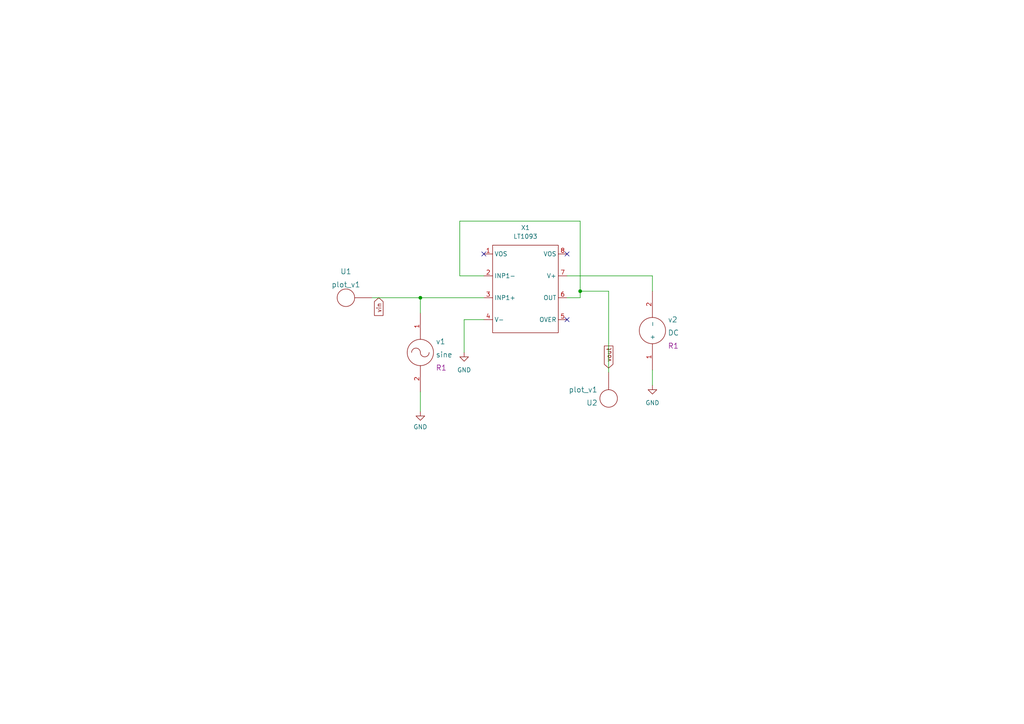
<source format=kicad_sch>
(kicad_sch (version 20211123) (generator eeschema)

  (uuid 82b167e7-076f-4121-af55-138f99ed136c)

  (paper "A4")

  (lib_symbols
    (symbol "eSim_Plot:plot_v1" (pin_names (offset 1.016)) (in_bom yes) (on_board yes)
      (property "Reference" "U" (id 0) (at 0 12.7 0)
        (effects (font (size 1.524 1.524)))
      )
      (property "Value" "plot_v1" (id 1) (at 5.08 8.89 0)
        (effects (font (size 1.524 1.524)))
      )
      (property "Footprint" "" (id 2) (at 0 0 0)
        (effects (font (size 1.524 1.524)))
      )
      (property "Datasheet" "" (id 3) (at 0 0 0)
        (effects (font (size 1.524 1.524)))
      )
      (symbol "plot_v1_0_1"
        (circle (center 0 12.7) (radius 2.54)
          (stroke (width 0) (type default) (color 0 0 0 0))
          (fill (type none))
        )
      )
      (symbol "plot_v1_1_1"
        (pin input line (at 0 5.08 90) (length 5.08)
          (name "~" (effects (font (size 1.27 1.27))))
          (number "~" (effects (font (size 1.27 1.27))))
        )
      )
    )
    (symbol "eSim_Power:eSim_GND" (power) (pin_names (offset 0)) (in_bom yes) (on_board yes)
      (property "Reference" "#PWR" (id 0) (at 0 -6.35 0)
        (effects (font (size 1.27 1.27)) hide)
      )
      (property "Value" "eSim_GND" (id 1) (at 0 -3.81 0)
        (effects (font (size 1.27 1.27)))
      )
      (property "Footprint" "" (id 2) (at 0 0 0)
        (effects (font (size 1.27 1.27)) hide)
      )
      (property "Datasheet" "" (id 3) (at 0 0 0)
        (effects (font (size 1.27 1.27)) hide)
      )
      (symbol "eSim_GND_0_1"
        (polyline
          (pts
            (xy 0 0)
            (xy 0 -1.27)
            (xy 1.27 -1.27)
            (xy 0 -2.54)
            (xy -1.27 -1.27)
            (xy 0 -1.27)
          )
          (stroke (width 0) (type default) (color 0 0 0 0))
          (fill (type none))
        )
      )
      (symbol "eSim_GND_1_1"
        (pin power_in line (at 0 0 270) (length 0) hide
          (name "GND" (effects (font (size 1.27 1.27))))
          (number "1" (effects (font (size 1.27 1.27))))
        )
      )
    )
    (symbol "eSim_Sources:DC" (pin_names (offset 1.016)) (in_bom yes) (on_board yes)
      (property "Reference" "v" (id 0) (at -5.08 2.54 0)
        (effects (font (size 1.524 1.524)))
      )
      (property "Value" "DC" (id 1) (at -5.08 -1.27 0)
        (effects (font (size 1.524 1.524)))
      )
      (property "Footprint" "R1" (id 2) (at -7.62 0 0)
        (effects (font (size 1.524 1.524)))
      )
      (property "Datasheet" "" (id 3) (at 0 0 0)
        (effects (font (size 1.524 1.524)))
      )
      (property "ki_fp_filters" "1_pin" (id 4) (at 0 0 0)
        (effects (font (size 1.27 1.27)) hide)
      )
      (symbol "DC_0_1"
        (circle (center 0 0) (radius 3.81)
          (stroke (width 0) (type default) (color 0 0 0 0))
          (fill (type none))
        )
      )
      (symbol "DC_1_1"
        (pin power_out line (at 0 11.43 270) (length 7.62)
          (name "+" (effects (font (size 1.27 1.27))))
          (number "1" (effects (font (size 1.27 1.27))))
        )
        (pin power_out line (at 0 -11.43 90) (length 7.62)
          (name "-" (effects (font (size 1.27 1.27))))
          (number "2" (effects (font (size 1.27 1.27))))
        )
      )
    )
    (symbol "eSim_Sources:sine" (pin_names (offset 1.016)) (in_bom yes) (on_board yes)
      (property "Reference" "v" (id 0) (at -5.08 2.54 0)
        (effects (font (size 1.524 1.524)))
      )
      (property "Value" "sine" (id 1) (at -5.08 -1.27 0)
        (effects (font (size 1.524 1.524)))
      )
      (property "Footprint" "R1" (id 2) (at -7.62 0 0)
        (effects (font (size 1.524 1.524)))
      )
      (property "Datasheet" "" (id 3) (at 0 0 0)
        (effects (font (size 1.524 1.524)))
      )
      (property "ki_fp_filters" "1_pin" (id 4) (at 0 0 0)
        (effects (font (size 1.27 1.27)) hide)
      )
      (symbol "sine_0_1"
        (arc (start 0 0) (mid -1.27 1.27) (end -2.54 0)
          (stroke (width 0) (type default) (color 0 0 0 0))
          (fill (type none))
        )
        (arc (start 0 0) (mid 1.27 -1.27) (end 2.54 0)
          (stroke (width 0) (type default) (color 0 0 0 0))
          (fill (type none))
        )
        (circle (center 0 0) (radius 3.81)
          (stroke (width 0) (type default) (color 0 0 0 0))
          (fill (type none))
        )
      )
      (symbol "sine_1_1"
        (pin input line (at 0 11.43 270) (length 7.62)
          (name "+" (effects (font (size 0 0))))
          (number "1" (effects (font (size 1.27 1.27))))
        )
        (pin input line (at 0 -11.43 90) (length 7.62)
          (name "-" (effects (font (size 0 0))))
          (number "2" (effects (font (size 1.27 1.27))))
        )
      )
    )
    (symbol "eSim_Subckt:LT1093" (in_bom yes) (on_board yes)
      (property "Reference" "X" (id 0) (at 0 -3.175 0)
        (effects (font (size 1.27 1.27)))
      )
      (property "Value" "LT1093" (id 1) (at 0 0 0)
        (effects (font (size 1.27 1.27)))
      )
      (property "Footprint" "" (id 2) (at 0 0 0)
        (effects (font (size 1.27 1.27)) hide)
      )
      (property "Datasheet" "" (id 3) (at 0 0 0)
        (effects (font (size 1.27 1.27)) hide)
      )
      (symbol "LT1093_0_1"
        (rectangle (start -9.525 5.715) (end 9.525 -19.685)
          (stroke (width 0) (type default) (color 0 0 0 0))
          (fill (type none))
        )
      )
      (symbol "LT1093_1_1"
        (pin passive line (at -12.065 3.175 0) (length 2.54)
          (name "VOS" (effects (font (size 1.27 1.27))))
          (number "1" (effects (font (size 1.27 1.27))))
        )
        (pin passive line (at -12.065 -3.175 0) (length 2.54)
          (name "INP1-" (effects (font (size 1.27 1.27))))
          (number "2" (effects (font (size 1.27 1.27))))
        )
        (pin passive line (at -12.065 -9.525 0) (length 2.54)
          (name "INP1+" (effects (font (size 1.27 1.27))))
          (number "3" (effects (font (size 1.27 1.27))))
        )
        (pin power_in line (at -12.065 -15.875 0) (length 2.54)
          (name "V-" (effects (font (size 1.27 1.27))))
          (number "4" (effects (font (size 1.27 1.27))))
        )
        (pin passive line (at 12.065 -15.875 180) (length 2.54)
          (name "OVER" (effects (font (size 1.27 1.27))))
          (number "5" (effects (font (size 1.27 1.27))))
        )
        (pin passive line (at 12.065 -9.525 180) (length 2.54)
          (name "OUT" (effects (font (size 1.27 1.27))))
          (number "6" (effects (font (size 1.27 1.27))))
        )
        (pin power_in line (at 12.065 -3.175 180) (length 2.54)
          (name "V+" (effects (font (size 1.27 1.27))))
          (number "7" (effects (font (size 1.27 1.27))))
        )
        (pin passive line (at 12.065 3.175 180) (length 2.54)
          (name "VOS" (effects (font (size 1.27 1.27))))
          (number "8" (effects (font (size 1.27 1.27))))
        )
      )
    )
  )

  (junction (at 168.275 84.455) (diameter 0) (color 0 0 0 0)
    (uuid 597f9273-15f7-4fa7-bae3-face1732f490)
  )
  (junction (at 121.92 86.36) (diameter 0) (color 0 0 0 0)
    (uuid 86cc1786-e1ca-46e0-abfb-c856ebd0c56e)
  )

  (no_connect (at 164.465 73.66) (uuid 60bb3792-9b05-4cb8-a353-75e594498e2c))
  (no_connect (at 140.335 73.66) (uuid 9e7bce66-b4b3-4553-bfd8-3ce97dc109d8))
  (no_connect (at 164.465 92.71) (uuid dab8322b-2bec-4dc1-93ab-4f9abebade12))

  (wire (pts (xy 168.275 86.36) (xy 164.465 86.36))
    (stroke (width 0) (type default) (color 0 0 0 0))
    (uuid 01f00dc1-112d-42d9-b213-e7072ddfd85b)
  )
  (wire (pts (xy 189.23 107.315) (xy 189.23 111.76))
    (stroke (width 0) (type default) (color 0 0 0 0))
    (uuid 11b31ebf-eb6f-4ced-9f2d-dcbb03150ff9)
  )
  (wire (pts (xy 121.92 86.36) (xy 140.335 86.36))
    (stroke (width 0) (type default) (color 0 0 0 0))
    (uuid 19c722d0-7a2d-4f0f-a1ac-f9b8afe66a03)
  )
  (wire (pts (xy 189.23 84.455) (xy 189.23 80.01))
    (stroke (width 0) (type default) (color 0 0 0 0))
    (uuid 2bce97a0-f7e5-4fee-bc80-437251ad1930)
  )
  (wire (pts (xy 133.35 80.01) (xy 133.35 64.135))
    (stroke (width 0) (type default) (color 0 0 0 0))
    (uuid 3cc806a9-5139-4de7-813c-19d7c3d78930)
  )
  (wire (pts (xy 134.62 92.71) (xy 140.335 92.71))
    (stroke (width 0) (type default) (color 0 0 0 0))
    (uuid 46df408d-cc3f-48de-a058-7c23bd258631)
  )
  (wire (pts (xy 168.275 84.455) (xy 168.275 86.36))
    (stroke (width 0) (type default) (color 0 0 0 0))
    (uuid 49f13a38-bcb1-4699-bb93-30a990522132)
  )
  (wire (pts (xy 168.275 64.135) (xy 168.275 84.455))
    (stroke (width 0) (type default) (color 0 0 0 0))
    (uuid 7ef3f073-126d-4d14-8aa9-4fdce5bdfde0)
  )
  (wire (pts (xy 121.92 113.665) (xy 121.92 119.38))
    (stroke (width 0) (type default) (color 0 0 0 0))
    (uuid 8139d341-b653-4c18-a3a7-656b5b6bd40f)
  )
  (wire (pts (xy 133.35 64.135) (xy 168.275 64.135))
    (stroke (width 0) (type default) (color 0 0 0 0))
    (uuid b7aac6e9-2bbd-4a7d-957a-d2a533c56286)
  )
  (wire (pts (xy 107.95 86.36) (xy 121.92 86.36))
    (stroke (width 0) (type default) (color 0 0 0 0))
    (uuid b8794811-4741-49bf-8449-bce85ecea435)
  )
  (wire (pts (xy 164.465 80.01) (xy 189.23 80.01))
    (stroke (width 0) (type default) (color 0 0 0 0))
    (uuid c0a6c460-3377-4ede-8b83-1a07923b5dce)
  )
  (wire (pts (xy 121.92 86.36) (xy 121.92 90.805))
    (stroke (width 0) (type default) (color 0 0 0 0))
    (uuid ce6cc71b-4815-419d-a65b-63d22306db57)
  )
  (wire (pts (xy 134.62 102.235) (xy 134.62 92.71))
    (stroke (width 0) (type default) (color 0 0 0 0))
    (uuid e3a2430b-3ee3-4a2a-bfaf-e010ff431f45)
  )
  (wire (pts (xy 176.53 84.455) (xy 176.53 107.95))
    (stroke (width 0) (type default) (color 0 0 0 0))
    (uuid f7fb3118-010a-4251-a1ac-a19f2edc9014)
  )
  (wire (pts (xy 176.53 84.455) (xy 168.275 84.455))
    (stroke (width 0) (type default) (color 0 0 0 0))
    (uuid fa9c370e-def9-4661-a77f-7ffe79c7c6ea)
  )
  (wire (pts (xy 140.335 80.01) (xy 133.35 80.01))
    (stroke (width 0) (type default) (color 0 0 0 0))
    (uuid fdf17aea-8e84-402b-ab2c-2fd72c28144d)
  )

  (global_label "vout" (shape output) (at 176.53 100.33 270) (fields_autoplaced)
    (effects (font (size 1.27 1.27)) (justify right))
    (uuid 0536be53-14ce-4b35-a4e3-d1b50c560d57)
    (property "Intersheet References" "${INTERSHEET_REFS}" (id 0) (at 176.4506 106.7345 90)
      (effects (font (size 1.27 1.27)) (justify right) hide)
    )
  )
  (global_label "vin" (shape input) (at 109.855 86.36 270) (fields_autoplaced)
    (effects (font (size 1.27 1.27)) (justify right))
    (uuid 5e2fbc7d-6742-4ddb-926e-122ebef48580)
    (property "Intersheet References" "${INTERSHEET_REFS}" (id 0) (at 109.9344 91.4945 90)
      (effects (font (size 1.27 1.27)) (justify right) hide)
    )
  )

  (symbol (lib_id "eSim_Plot:plot_v1") (at 176.53 102.87 180) (unit 1)
    (in_bom yes) (on_board yes) (fields_autoplaced)
    (uuid 1961f1df-f213-46dc-8431-58240d783bb6)
    (property "Reference" "U2" (id 0) (at 173.355 116.84 0)
      (effects (font (size 1.524 1.524)) (justify left))
    )
    (property "Value" "plot_v1" (id 1) (at 173.355 113.03 0)
      (effects (font (size 1.524 1.524)) (justify left))
    )
    (property "Footprint" "" (id 2) (at 176.53 102.87 0)
      (effects (font (size 1.524 1.524)))
    )
    (property "Datasheet" "" (id 3) (at 176.53 102.87 0)
      (effects (font (size 1.524 1.524)))
    )
    (pin "~" (uuid a9f15a22-1241-491c-84fe-890bc6433ac4))
  )

  (symbol (lib_id "eSim_Sources:sine") (at 121.92 102.235 0) (unit 1)
    (in_bom yes) (on_board yes) (fields_autoplaced)
    (uuid 340072ec-d194-4ade-bc9e-2757b083cb9e)
    (property "Reference" "v1" (id 0) (at 126.365 99.06 0)
      (effects (font (size 1.524 1.524)) (justify left))
    )
    (property "Value" "sine" (id 1) (at 126.365 102.87 0)
      (effects (font (size 1.524 1.524)) (justify left))
    )
    (property "Footprint" "R1" (id 2) (at 126.365 106.68 0)
      (effects (font (size 1.524 1.524)) (justify left))
    )
    (property "Datasheet" "" (id 3) (at 121.92 102.235 0)
      (effects (font (size 1.524 1.524)))
    )
    (property "Spice_Primitive" "V" (id 4) (at 121.92 102.235 0)
      (effects (font (size 1.27 1.27)) hide)
    )
    (property "Spice_Model" "sin(2.5 1.0 1k)" (id 5) (at 121.92 102.235 0)
      (effects (font (size 1.27 1.27)) hide)
    )
    (property "Spice_Netlist_Enabled" "Y" (id 6) (at 121.92 102.235 0)
      (effects (font (size 1.27 1.27)) hide)
    )
    (pin "1" (uuid 37b12114-72f7-4786-b4b9-48f6a2344ab1))
    (pin "2" (uuid 52150a81-0c54-4dbe-8c60-3c350ec41aa9))
  )

  (symbol (lib_id "eSim_Plot:plot_v1") (at 113.03 86.36 90) (unit 1)
    (in_bom yes) (on_board yes) (fields_autoplaced)
    (uuid 44609137-94e9-4e1e-814d-029c572f5784)
    (property "Reference" "U1" (id 0) (at 100.33 78.74 90)
      (effects (font (size 1.524 1.524)))
    )
    (property "Value" "plot_v1" (id 1) (at 100.33 82.55 90)
      (effects (font (size 1.524 1.524)))
    )
    (property "Footprint" "" (id 2) (at 113.03 86.36 0)
      (effects (font (size 1.524 1.524)))
    )
    (property "Datasheet" "" (id 3) (at 113.03 86.36 0)
      (effects (font (size 1.524 1.524)))
    )
    (pin "~" (uuid fc863c10-0e69-4ad8-b5ba-cbbbe294cd03))
  )

  (symbol (lib_id "eSim_Power:eSim_GND") (at 134.62 102.235 0) (unit 1)
    (in_bom yes) (on_board yes) (fields_autoplaced)
    (uuid 76e85523-8164-4f68-8f93-28470ac66405)
    (property "Reference" "#PWR03" (id 0) (at 134.62 108.585 0)
      (effects (font (size 1.27 1.27)) hide)
    )
    (property "Value" "eSim_GND" (id 1) (at 134.62 107.315 0))
    (property "Footprint" "" (id 2) (at 134.62 102.235 0)
      (effects (font (size 1.27 1.27)) hide)
    )
    (property "Datasheet" "" (id 3) (at 134.62 102.235 0)
      (effects (font (size 1.27 1.27)) hide)
    )
    (pin "1" (uuid dfd94d7a-2460-4c4d-a6ff-78aed6a31df9))
  )

  (symbol (lib_id "eSim_Sources:DC") (at 189.23 95.885 180) (unit 1)
    (in_bom yes) (on_board yes) (fields_autoplaced)
    (uuid 873bd6b8-5c84-46d3-b7a4-dc3ee242bfc2)
    (property "Reference" "v2" (id 0) (at 193.675 92.71 0)
      (effects (font (size 1.524 1.524)) (justify right))
    )
    (property "Value" "DC" (id 1) (at 193.675 96.52 0)
      (effects (font (size 1.524 1.524)) (justify right))
    )
    (property "Footprint" "R1" (id 2) (at 193.675 100.33 0)
      (effects (font (size 1.524 1.524)) (justify right))
    )
    (property "Datasheet" "" (id 3) (at 189.23 95.885 0)
      (effects (font (size 1.524 1.524)))
    )
    (pin "1" (uuid d650fee6-58cd-452b-b361-cdd36623f78d))
    (pin "2" (uuid b49ff4d1-944e-4c68-8ba7-6fb6eb8324a4))
  )

  (symbol (lib_id "eSim_Subckt:LT1093") (at 152.4 76.835 0) (unit 1)
    (in_bom yes) (on_board yes) (fields_autoplaced)
    (uuid ce4a0c3f-eaf6-47d1-9426-5acc1f39214e)
    (property "Reference" "X1" (id 0) (at 152.4 66.04 0))
    (property "Value" "LT1093" (id 1) (at 152.4 68.58 0))
    (property "Footprint" "" (id 2) (at 152.4 76.835 0)
      (effects (font (size 1.27 1.27)) hide)
    )
    (property "Datasheet" "" (id 3) (at 152.4 76.835 0)
      (effects (font (size 1.27 1.27)) hide)
    )
    (pin "1" (uuid bb502dd1-c53a-48c1-beeb-cba64e787677))
    (pin "2" (uuid f5efc20c-b37e-4107-8764-21271d0f9009))
    (pin "3" (uuid be10be2e-9206-4b3c-ab44-3225b4f6b106))
    (pin "4" (uuid ab3cd879-862c-4038-bf65-1c98f91948ae))
    (pin "5" (uuid d8362df0-55b0-4141-a426-b3a804ffec34))
    (pin "6" (uuid a6c4058d-2e4b-4a1d-8c42-c979593af33f))
    (pin "7" (uuid 0f8d0691-fc19-4307-961a-48dda3b74860))
    (pin "8" (uuid bd48c9cf-8d61-4a50-b13c-9e003e91f8a0))
  )

  (symbol (lib_id "eSim_Power:eSim_GND") (at 121.92 119.38 0) (unit 1)
    (in_bom yes) (on_board yes) (fields_autoplaced)
    (uuid e3694169-3481-4162-8f4a-facf34f58801)
    (property "Reference" "#PWR01" (id 0) (at 121.92 125.73 0)
      (effects (font (size 1.27 1.27)) hide)
    )
    (property "Value" "eSim_GND" (id 1) (at 121.92 123.825 0))
    (property "Footprint" "" (id 2) (at 121.92 119.38 0)
      (effects (font (size 1.27 1.27)) hide)
    )
    (property "Datasheet" "" (id 3) (at 121.92 119.38 0)
      (effects (font (size 1.27 1.27)) hide)
    )
    (pin "1" (uuid b288477a-c9be-4251-9a8b-853254547d39))
  )

  (symbol (lib_id "eSim_Power:eSim_GND") (at 189.23 111.76 0) (unit 1)
    (in_bom yes) (on_board yes) (fields_autoplaced)
    (uuid ec9aea1d-d8c1-4053-b573-44a6b392eb8a)
    (property "Reference" "#PWR02" (id 0) (at 189.23 118.11 0)
      (effects (font (size 1.27 1.27)) hide)
    )
    (property "Value" "eSim_GND" (id 1) (at 189.23 116.84 0))
    (property "Footprint" "" (id 2) (at 189.23 111.76 0)
      (effects (font (size 1.27 1.27)) hide)
    )
    (property "Datasheet" "" (id 3) (at 189.23 111.76 0)
      (effects (font (size 1.27 1.27)) hide)
    )
    (pin "1" (uuid 339b7b49-3a81-408f-8dc5-0972d6ce4cbb))
  )

  (sheet_instances
    (path "/" (page "1"))
  )

  (symbol_instances
    (path "/e3694169-3481-4162-8f4a-facf34f58801"
      (reference "#PWR01") (unit 1) (value "eSim_GND") (footprint "")
    )
    (path "/ec9aea1d-d8c1-4053-b573-44a6b392eb8a"
      (reference "#PWR02") (unit 1) (value "eSim_GND") (footprint "")
    )
    (path "/76e85523-8164-4f68-8f93-28470ac66405"
      (reference "#PWR03") (unit 1) (value "eSim_GND") (footprint "")
    )
    (path "/44609137-94e9-4e1e-814d-029c572f5784"
      (reference "U1") (unit 1) (value "plot_v1") (footprint "")
    )
    (path "/1961f1df-f213-46dc-8431-58240d783bb6"
      (reference "U2") (unit 1) (value "plot_v1") (footprint "")
    )
    (path "/ce4a0c3f-eaf6-47d1-9426-5acc1f39214e"
      (reference "X1") (unit 1) (value "LT1093") (footprint "")
    )
    (path "/340072ec-d194-4ade-bc9e-2757b083cb9e"
      (reference "v1") (unit 1) (value "sine") (footprint "R1")
    )
    (path "/873bd6b8-5c84-46d3-b7a4-dc3ee242bfc2"
      (reference "v2") (unit 1) (value "DC") (footprint "R1")
    )
  )
)

</source>
